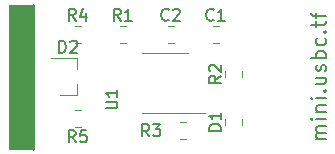
<source format=gbr>
G04 #@! TF.GenerationSoftware,KiCad,Pcbnew,(5.1.2-1)-1*
G04 #@! TF.CreationDate,2019-10-10T21:18:58-06:00*
G04 #@! TF.ProjectId,usb-target,7573622d-7461-4726-9765-742e6b696361,rev?*
G04 #@! TF.SameCoordinates,Original*
G04 #@! TF.FileFunction,Legend,Top*
G04 #@! TF.FilePolarity,Positive*
%FSLAX46Y46*%
G04 Gerber Fmt 4.6, Leading zero omitted, Abs format (unit mm)*
G04 Created by KiCad (PCBNEW (5.1.2-1)-1) date 2019-10-10 21:18:58*
%MOMM*%
%LPD*%
G04 APERTURE LIST*
%ADD10C,0.100000*%
%ADD11C,0.150000*%
%ADD12C,0.120000*%
%ADD13C,0.254000*%
G04 APERTURE END LIST*
D10*
G36*
X69088000Y-92710000D02*
G01*
X67056000Y-92710000D01*
X67056000Y-80518000D01*
X69088000Y-80518000D01*
X69088000Y-92710000D01*
G37*
X69088000Y-92710000D02*
X67056000Y-92710000D01*
X67056000Y-80518000D01*
X69088000Y-80518000D01*
X69088000Y-92710000D01*
D11*
X93919523Y-91875428D02*
X93072857Y-91875428D01*
X93193809Y-91875428D02*
X93133333Y-91814952D01*
X93072857Y-91694000D01*
X93072857Y-91512571D01*
X93133333Y-91391619D01*
X93254285Y-91331142D01*
X93919523Y-91331142D01*
X93254285Y-91331142D02*
X93133333Y-91270666D01*
X93072857Y-91149714D01*
X93072857Y-90968285D01*
X93133333Y-90847333D01*
X93254285Y-90786857D01*
X93919523Y-90786857D01*
X93919523Y-90182095D02*
X93072857Y-90182095D01*
X92649523Y-90182095D02*
X92710000Y-90242571D01*
X92770476Y-90182095D01*
X92710000Y-90121619D01*
X92649523Y-90182095D01*
X92770476Y-90182095D01*
X93072857Y-89577333D02*
X93919523Y-89577333D01*
X93193809Y-89577333D02*
X93133333Y-89516857D01*
X93072857Y-89395904D01*
X93072857Y-89214476D01*
X93133333Y-89093523D01*
X93254285Y-89033047D01*
X93919523Y-89033047D01*
X93919523Y-88428285D02*
X93072857Y-88428285D01*
X92649523Y-88428285D02*
X92710000Y-88488761D01*
X92770476Y-88428285D01*
X92710000Y-88367809D01*
X92649523Y-88428285D01*
X92770476Y-88428285D01*
X93798571Y-87823523D02*
X93859047Y-87763047D01*
X93919523Y-87823523D01*
X93859047Y-87884000D01*
X93798571Y-87823523D01*
X93919523Y-87823523D01*
X93072857Y-86674476D02*
X93919523Y-86674476D01*
X93072857Y-87218761D02*
X93738095Y-87218761D01*
X93859047Y-87158285D01*
X93919523Y-87037333D01*
X93919523Y-86855904D01*
X93859047Y-86734952D01*
X93798571Y-86674476D01*
X93859047Y-86130190D02*
X93919523Y-86009238D01*
X93919523Y-85767333D01*
X93859047Y-85646380D01*
X93738095Y-85585904D01*
X93677619Y-85585904D01*
X93556666Y-85646380D01*
X93496190Y-85767333D01*
X93496190Y-85948761D01*
X93435714Y-86069714D01*
X93314761Y-86130190D01*
X93254285Y-86130190D01*
X93133333Y-86069714D01*
X93072857Y-85948761D01*
X93072857Y-85767333D01*
X93133333Y-85646380D01*
X93919523Y-85041619D02*
X92649523Y-85041619D01*
X93133333Y-85041619D02*
X93072857Y-84920666D01*
X93072857Y-84678761D01*
X93133333Y-84557809D01*
X93193809Y-84497333D01*
X93314761Y-84436857D01*
X93677619Y-84436857D01*
X93798571Y-84497333D01*
X93859047Y-84557809D01*
X93919523Y-84678761D01*
X93919523Y-84920666D01*
X93859047Y-85041619D01*
X93859047Y-83348285D02*
X93919523Y-83469238D01*
X93919523Y-83711142D01*
X93859047Y-83832095D01*
X93798571Y-83892571D01*
X93677619Y-83953047D01*
X93314761Y-83953047D01*
X93193809Y-83892571D01*
X93133333Y-83832095D01*
X93072857Y-83711142D01*
X93072857Y-83469238D01*
X93133333Y-83348285D01*
X93798571Y-82804000D02*
X93859047Y-82743523D01*
X93919523Y-82804000D01*
X93859047Y-82864476D01*
X93798571Y-82804000D01*
X93919523Y-82804000D01*
X93072857Y-82380666D02*
X93072857Y-81896857D01*
X92649523Y-82199238D02*
X93738095Y-82199238D01*
X93859047Y-82138761D01*
X93919523Y-82017809D01*
X93919523Y-81896857D01*
X93072857Y-81654952D02*
X93072857Y-81171142D01*
X93919523Y-81473523D02*
X92830952Y-81473523D01*
X92710000Y-81413047D01*
X92649523Y-81292095D01*
X92649523Y-81171142D01*
D12*
X69088000Y-80518000D02*
X69088000Y-80645000D01*
D13*
X69088000Y-92710000D02*
X69088000Y-80518000D01*
D12*
X84323422Y-83768000D02*
X84840578Y-83768000D01*
X84323422Y-82348000D02*
X84840578Y-82348000D01*
X81030578Y-82348000D02*
X80513422Y-82348000D01*
X81030578Y-83768000D02*
X80513422Y-83768000D01*
X86816000Y-90165422D02*
X86816000Y-90682578D01*
X85396000Y-90165422D02*
X85396000Y-90682578D01*
X72832500Y-88194000D02*
X72832500Y-87264000D01*
X72832500Y-85034000D02*
X72832500Y-85964000D01*
X72832500Y-85034000D02*
X70672500Y-85034000D01*
X72832500Y-88194000D02*
X71372500Y-88194000D01*
X76449422Y-82348000D02*
X76966578Y-82348000D01*
X76449422Y-83768000D02*
X76966578Y-83768000D01*
X86816000Y-86618578D02*
X86816000Y-86101422D01*
X85396000Y-86618578D02*
X85396000Y-86101422D01*
X82046578Y-91896000D02*
X81529422Y-91896000D01*
X82046578Y-90476000D02*
X81529422Y-90476000D01*
X72639422Y-82348000D02*
X73156578Y-82348000D01*
X72639422Y-83768000D02*
X73156578Y-83768000D01*
X72639422Y-90880000D02*
X73156578Y-90880000D01*
X72639422Y-89460000D02*
X73156578Y-89460000D01*
X80264000Y-84562000D02*
X78314000Y-84562000D01*
X80264000Y-84562000D02*
X82214000Y-84562000D01*
X80264000Y-89682000D02*
X78314000Y-89682000D01*
X80264000Y-89682000D02*
X83714000Y-89682000D01*
D11*
X84415333Y-81765142D02*
X84367714Y-81812761D01*
X84224857Y-81860380D01*
X84129619Y-81860380D01*
X83986761Y-81812761D01*
X83891523Y-81717523D01*
X83843904Y-81622285D01*
X83796285Y-81431809D01*
X83796285Y-81288952D01*
X83843904Y-81098476D01*
X83891523Y-81003238D01*
X83986761Y-80908000D01*
X84129619Y-80860380D01*
X84224857Y-80860380D01*
X84367714Y-80908000D01*
X84415333Y-80955619D01*
X85367714Y-81860380D02*
X84796285Y-81860380D01*
X85082000Y-81860380D02*
X85082000Y-80860380D01*
X84986761Y-81003238D01*
X84891523Y-81098476D01*
X84796285Y-81146095D01*
X80605333Y-81764142D02*
X80557714Y-81811761D01*
X80414857Y-81859380D01*
X80319619Y-81859380D01*
X80176761Y-81811761D01*
X80081523Y-81716523D01*
X80033904Y-81621285D01*
X79986285Y-81430809D01*
X79986285Y-81287952D01*
X80033904Y-81097476D01*
X80081523Y-81002238D01*
X80176761Y-80907000D01*
X80319619Y-80859380D01*
X80414857Y-80859380D01*
X80557714Y-80907000D01*
X80605333Y-80954619D01*
X80986285Y-80954619D02*
X81033904Y-80907000D01*
X81129142Y-80859380D01*
X81367238Y-80859380D01*
X81462476Y-80907000D01*
X81510095Y-80954619D01*
X81557714Y-81049857D01*
X81557714Y-81145095D01*
X81510095Y-81287952D01*
X80938666Y-81859380D01*
X81557714Y-81859380D01*
X85034380Y-91162095D02*
X84034380Y-91162095D01*
X84034380Y-90924000D01*
X84082000Y-90781142D01*
X84177238Y-90685904D01*
X84272476Y-90638285D01*
X84462952Y-90590666D01*
X84605809Y-90590666D01*
X84796285Y-90638285D01*
X84891523Y-90685904D01*
X84986761Y-90781142D01*
X85034380Y-90924000D01*
X85034380Y-91162095D01*
X85034380Y-89638285D02*
X85034380Y-90209714D01*
X85034380Y-89924000D02*
X84034380Y-89924000D01*
X84177238Y-90019238D01*
X84272476Y-90114476D01*
X84320095Y-90209714D01*
X71334404Y-84566380D02*
X71334404Y-83566380D01*
X71572500Y-83566380D01*
X71715357Y-83614000D01*
X71810595Y-83709238D01*
X71858214Y-83804476D01*
X71905833Y-83994952D01*
X71905833Y-84137809D01*
X71858214Y-84328285D01*
X71810595Y-84423523D01*
X71715357Y-84518761D01*
X71572500Y-84566380D01*
X71334404Y-84566380D01*
X72286785Y-83661619D02*
X72334404Y-83614000D01*
X72429642Y-83566380D01*
X72667738Y-83566380D01*
X72762976Y-83614000D01*
X72810595Y-83661619D01*
X72858214Y-83756857D01*
X72858214Y-83852095D01*
X72810595Y-83994952D01*
X72239166Y-84566380D01*
X72858214Y-84566380D01*
X76541333Y-81860380D02*
X76208000Y-81384190D01*
X75969904Y-81860380D02*
X75969904Y-80860380D01*
X76350857Y-80860380D01*
X76446095Y-80908000D01*
X76493714Y-80955619D01*
X76541333Y-81050857D01*
X76541333Y-81193714D01*
X76493714Y-81288952D01*
X76446095Y-81336571D01*
X76350857Y-81384190D01*
X75969904Y-81384190D01*
X77493714Y-81860380D02*
X76922285Y-81860380D01*
X77208000Y-81860380D02*
X77208000Y-80860380D01*
X77112761Y-81003238D01*
X77017523Y-81098476D01*
X76922285Y-81146095D01*
X85034380Y-86526666D02*
X84558190Y-86860000D01*
X85034380Y-87098095D02*
X84034380Y-87098095D01*
X84034380Y-86717142D01*
X84082000Y-86621904D01*
X84129619Y-86574285D01*
X84224857Y-86526666D01*
X84367714Y-86526666D01*
X84462952Y-86574285D01*
X84510571Y-86621904D01*
X84558190Y-86717142D01*
X84558190Y-87098095D01*
X84129619Y-86145714D02*
X84082000Y-86098095D01*
X84034380Y-86002857D01*
X84034380Y-85764761D01*
X84082000Y-85669523D01*
X84129619Y-85621904D01*
X84224857Y-85574285D01*
X84320095Y-85574285D01*
X84462952Y-85621904D01*
X85034380Y-86193333D01*
X85034380Y-85574285D01*
X78954333Y-91638380D02*
X78621000Y-91162190D01*
X78382904Y-91638380D02*
X78382904Y-90638380D01*
X78763857Y-90638380D01*
X78859095Y-90686000D01*
X78906714Y-90733619D01*
X78954333Y-90828857D01*
X78954333Y-90971714D01*
X78906714Y-91066952D01*
X78859095Y-91114571D01*
X78763857Y-91162190D01*
X78382904Y-91162190D01*
X79287666Y-90638380D02*
X79906714Y-90638380D01*
X79573380Y-91019333D01*
X79716238Y-91019333D01*
X79811476Y-91066952D01*
X79859095Y-91114571D01*
X79906714Y-91209809D01*
X79906714Y-91447904D01*
X79859095Y-91543142D01*
X79811476Y-91590761D01*
X79716238Y-91638380D01*
X79430523Y-91638380D01*
X79335285Y-91590761D01*
X79287666Y-91543142D01*
X72731333Y-81860380D02*
X72398000Y-81384190D01*
X72159904Y-81860380D02*
X72159904Y-80860380D01*
X72540857Y-80860380D01*
X72636095Y-80908000D01*
X72683714Y-80955619D01*
X72731333Y-81050857D01*
X72731333Y-81193714D01*
X72683714Y-81288952D01*
X72636095Y-81336571D01*
X72540857Y-81384190D01*
X72159904Y-81384190D01*
X73588476Y-81193714D02*
X73588476Y-81860380D01*
X73350380Y-80812761D02*
X73112285Y-81527047D01*
X73731333Y-81527047D01*
X72731333Y-92146380D02*
X72398000Y-91670190D01*
X72159904Y-92146380D02*
X72159904Y-91146380D01*
X72540857Y-91146380D01*
X72636095Y-91194000D01*
X72683714Y-91241619D01*
X72731333Y-91336857D01*
X72731333Y-91479714D01*
X72683714Y-91574952D01*
X72636095Y-91622571D01*
X72540857Y-91670190D01*
X72159904Y-91670190D01*
X73636095Y-91146380D02*
X73159904Y-91146380D01*
X73112285Y-91622571D01*
X73159904Y-91574952D01*
X73255142Y-91527333D01*
X73493238Y-91527333D01*
X73588476Y-91574952D01*
X73636095Y-91622571D01*
X73683714Y-91717809D01*
X73683714Y-91955904D01*
X73636095Y-92051142D01*
X73588476Y-92098761D01*
X73493238Y-92146380D01*
X73255142Y-92146380D01*
X73159904Y-92098761D01*
X73112285Y-92051142D01*
X75271380Y-89280904D02*
X76080904Y-89280904D01*
X76176142Y-89233285D01*
X76223761Y-89185666D01*
X76271380Y-89090428D01*
X76271380Y-88899952D01*
X76223761Y-88804714D01*
X76176142Y-88757095D01*
X76080904Y-88709476D01*
X75271380Y-88709476D01*
X76271380Y-87709476D02*
X76271380Y-88280904D01*
X76271380Y-87995190D02*
X75271380Y-87995190D01*
X75414238Y-88090428D01*
X75509476Y-88185666D01*
X75557095Y-88280904D01*
M02*

</source>
